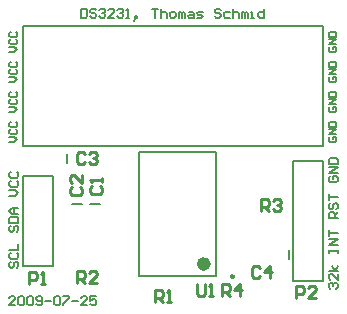
<source format=gto>
%FSLAX24Y24*%
%MOIN*%
G70*
G01*
G75*
G04 Layer_Color=65535*
%ADD10R,0.0433X0.0394*%
%ADD11R,0.0394X0.0433*%
%ADD12O,0.0807X0.0236*%
%ADD13C,0.0150*%
%ADD14C,0.0080*%
%ADD15C,0.0100*%
%ADD16R,0.0591X0.0591*%
%ADD17C,0.0591*%
%ADD18C,0.0320*%
%ADD19R,0.1000X0.2300*%
%ADD20C,0.0236*%
%ADD21C,0.0098*%
%ADD22C,0.0079*%
%ADD23C,0.0070*%
D14*
X21950Y42580D02*
Y42280D01*
X22100D01*
X22150Y42330D01*
Y42530D01*
X22100Y42580D01*
X21950D01*
X22450Y42530D02*
X22400Y42580D01*
X22300D01*
X22250Y42530D01*
Y42480D01*
X22300Y42430D01*
X22400D01*
X22450Y42380D01*
Y42330D01*
X22400Y42280D01*
X22300D01*
X22250Y42330D01*
X22550Y42530D02*
X22600Y42580D01*
X22700D01*
X22750Y42530D01*
Y42480D01*
X22700Y42430D01*
X22650D01*
X22700D01*
X22750Y42380D01*
Y42330D01*
X22700Y42280D01*
X22600D01*
X22550Y42330D01*
X23050Y42280D02*
X22850D01*
X23050Y42480D01*
Y42530D01*
X23000Y42580D01*
X22900D01*
X22850Y42530D01*
X23150D02*
X23200Y42580D01*
X23300D01*
X23350Y42530D01*
Y42480D01*
X23300Y42430D01*
X23250D01*
X23300D01*
X23350Y42380D01*
Y42330D01*
X23300Y42280D01*
X23200D01*
X23150Y42330D01*
X23450Y42280D02*
X23549D01*
X23500D01*
Y42580D01*
X23450Y42530D01*
X23749Y42230D02*
X23799Y42280D01*
Y42330D01*
X23749D01*
Y42280D01*
X23799D01*
X23749Y42230D01*
X23699Y42180D01*
X24299Y42580D02*
X24499D01*
X24399D01*
Y42280D01*
X24599Y42580D02*
Y42280D01*
Y42430D01*
X24649Y42480D01*
X24749D01*
X24799Y42430D01*
Y42280D01*
X24949D02*
X25049D01*
X25099Y42330D01*
Y42430D01*
X25049Y42480D01*
X24949D01*
X24899Y42430D01*
Y42330D01*
X24949Y42280D01*
X25199D02*
Y42480D01*
X25249D01*
X25299Y42430D01*
Y42280D01*
Y42430D01*
X25349Y42480D01*
X25399Y42430D01*
Y42280D01*
X25549Y42480D02*
X25649D01*
X25699Y42430D01*
Y42280D01*
X25549D01*
X25499Y42330D01*
X25549Y42380D01*
X25699D01*
X25799Y42280D02*
X25949D01*
X25999Y42330D01*
X25949Y42380D01*
X25849D01*
X25799Y42430D01*
X25849Y42480D01*
X25999D01*
X26598Y42530D02*
X26549Y42580D01*
X26449D01*
X26399Y42530D01*
Y42480D01*
X26449Y42430D01*
X26549D01*
X26598Y42380D01*
Y42330D01*
X26549Y42280D01*
X26449D01*
X26399Y42330D01*
X26898Y42480D02*
X26748D01*
X26698Y42430D01*
Y42330D01*
X26748Y42280D01*
X26898D01*
X26998Y42580D02*
Y42280D01*
Y42430D01*
X27048Y42480D01*
X27148D01*
X27198Y42430D01*
Y42280D01*
X27298D02*
Y42480D01*
X27348D01*
X27398Y42430D01*
Y42280D01*
Y42430D01*
X27448Y42480D01*
X27498Y42430D01*
Y42280D01*
X27598D02*
X27698D01*
X27648D01*
Y42480D01*
X27598D01*
X28048Y42580D02*
Y42280D01*
X27898D01*
X27848Y42330D01*
Y42430D01*
X27898Y42480D01*
X28048D01*
X19750Y32700D02*
X19550D01*
X19750Y32900D01*
Y32950D01*
X19700Y33000D01*
X19600D01*
X19550Y32950D01*
X19850D02*
X19900Y33000D01*
X20000D01*
X20050Y32950D01*
Y32750D01*
X20000Y32700D01*
X19900D01*
X19850Y32750D01*
Y32950D01*
X20150D02*
X20200Y33000D01*
X20300D01*
X20350Y32950D01*
Y32750D01*
X20300Y32700D01*
X20200D01*
X20150Y32750D01*
Y32950D01*
X20450Y32750D02*
X20500Y32700D01*
X20600D01*
X20650Y32750D01*
Y32950D01*
X20600Y33000D01*
X20500D01*
X20450Y32950D01*
Y32900D01*
X20500Y32850D01*
X20650D01*
X20750D02*
X20950D01*
X21050Y32950D02*
X21100Y33000D01*
X21199D01*
X21249Y32950D01*
Y32750D01*
X21199Y32700D01*
X21100D01*
X21050Y32750D01*
Y32950D01*
X21349Y33000D02*
X21549D01*
Y32950D01*
X21349Y32750D01*
Y32700D01*
X21649Y32850D02*
X21849D01*
X22149Y32700D02*
X21949D01*
X22149Y32900D01*
Y32950D01*
X22099Y33000D01*
X21999D01*
X21949Y32950D01*
X22449Y33000D02*
X22249D01*
Y32850D01*
X22349Y32900D01*
X22399D01*
X22449Y32850D01*
Y32750D01*
X22399Y32700D01*
X22299D01*
X22249Y32750D01*
X19600Y34150D02*
X19550Y34100D01*
Y34000D01*
X19600Y33950D01*
X19650D01*
X19700Y34000D01*
Y34100D01*
X19750Y34150D01*
X19800D01*
X19850Y34100D01*
Y34000D01*
X19800Y33950D01*
X19600Y34450D02*
X19550Y34400D01*
Y34300D01*
X19600Y34250D01*
X19800D01*
X19850Y34300D01*
Y34400D01*
X19800Y34450D01*
X19550Y34550D02*
X19850D01*
Y34750D01*
X19600Y35350D02*
X19550Y35300D01*
Y35200D01*
X19600Y35150D01*
X19650D01*
X19700Y35200D01*
Y35300D01*
X19750Y35350D01*
X19800D01*
X19850Y35300D01*
Y35200D01*
X19800Y35150D01*
X19550Y35450D02*
X19850D01*
Y35599D01*
X19800Y35649D01*
X19600D01*
X19550Y35599D01*
Y35450D01*
X19850Y35749D02*
X19650D01*
X19550Y35849D01*
X19650Y35949D01*
X19850D01*
X19700D01*
Y35749D01*
X19550Y36349D02*
X19750D01*
X19850Y36449D01*
X19750Y36549D01*
X19550D01*
X19600Y36849D02*
X19550Y36799D01*
Y36699D01*
X19600Y36649D01*
X19800D01*
X19850Y36699D01*
Y36799D01*
X19800Y36849D01*
X19600Y37149D02*
X19550Y37099D01*
Y36999D01*
X19600Y36949D01*
X19800D01*
X19850Y36999D01*
Y37099D01*
X19800Y37149D01*
X30250Y33250D02*
X30200Y33300D01*
Y33400D01*
X30250Y33450D01*
X30300D01*
X30350Y33400D01*
Y33350D01*
Y33400D01*
X30400Y33450D01*
X30450D01*
X30500Y33400D01*
Y33300D01*
X30450Y33250D01*
X30500Y33750D02*
Y33550D01*
X30300Y33750D01*
X30250D01*
X30200Y33700D01*
Y33600D01*
X30250Y33550D01*
X30500Y33850D02*
X30200D01*
X30400D02*
X30300Y34000D01*
X30400Y33850D02*
X30500Y34000D01*
X30200Y34450D02*
Y34550D01*
Y34500D01*
X30500D01*
Y34450D01*
Y34550D01*
Y34700D02*
X30200D01*
X30500Y34899D01*
X30200D01*
Y34999D02*
Y35199D01*
Y35099D01*
X30500D01*
Y35599D02*
X30200D01*
Y35749D01*
X30250Y35799D01*
X30350D01*
X30400Y35749D01*
Y35599D01*
Y35699D02*
X30500Y35799D01*
X30250Y36099D02*
X30200Y36049D01*
Y35949D01*
X30250Y35899D01*
X30300D01*
X30350Y35949D01*
Y36049D01*
X30400Y36099D01*
X30450D01*
X30500Y36049D01*
Y35949D01*
X30450Y35899D01*
X30200Y36199D02*
Y36399D01*
Y36299D01*
X30500D01*
X30250Y36999D02*
X30200Y36949D01*
Y36849D01*
X30250Y36799D01*
X30450D01*
X30500Y36849D01*
Y36949D01*
X30450Y36999D01*
X30350D01*
Y36899D01*
X30500Y37099D02*
X30200D01*
X30500Y37299D01*
X30200D01*
Y37399D02*
X30500D01*
Y37549D01*
X30450Y37599D01*
X30250D01*
X30200Y37549D01*
Y37399D01*
D15*
X22297Y36687D02*
X22230Y36620D01*
Y36487D01*
X22297Y36420D01*
X22563D01*
X22630Y36487D01*
Y36620D01*
X22563Y36687D01*
X22630Y36820D02*
Y36953D01*
Y36887D01*
X22230D01*
X22297Y36820D01*
X21647Y36657D02*
X21580Y36590D01*
Y36457D01*
X21647Y36390D01*
X21913D01*
X21980Y36457D01*
Y36590D01*
X21913Y36657D01*
X21980Y37056D02*
Y36790D01*
X21713Y37056D01*
X21647D01*
X21580Y36990D01*
Y36857D01*
X21647Y36790D01*
X22067Y37733D02*
X22000Y37800D01*
X21867D01*
X21800Y37733D01*
Y37467D01*
X21867Y37400D01*
X22000D01*
X22067Y37467D01*
X22200Y37733D02*
X22267Y37800D01*
X22400D01*
X22466Y37733D01*
Y37667D01*
X22400Y37600D01*
X22333D01*
X22400D01*
X22466Y37533D01*
Y37467D01*
X22400Y37400D01*
X22267D01*
X22200Y37467D01*
X27917Y33933D02*
X27850Y34000D01*
X27717D01*
X27650Y33933D01*
Y33667D01*
X27717Y33600D01*
X27850D01*
X27917Y33667D01*
X28250Y33600D02*
Y34000D01*
X28050Y33800D01*
X28316D01*
X20200Y33400D02*
Y33800D01*
X20400D01*
X20467Y33733D01*
Y33600D01*
X20400Y33533D01*
X20200D01*
X20600Y33400D02*
X20733D01*
X20667D01*
Y33800D01*
X20600Y33733D01*
X29100Y32950D02*
Y33350D01*
X29300D01*
X29367Y33283D01*
Y33150D01*
X29300Y33083D01*
X29100D01*
X29766Y32950D02*
X29500D01*
X29766Y33217D01*
Y33283D01*
X29700Y33350D01*
X29567D01*
X29500Y33283D01*
X24400Y32800D02*
Y33200D01*
X24600D01*
X24667Y33133D01*
Y33000D01*
X24600Y32933D01*
X24400D01*
X24533D02*
X24667Y32800D01*
X24800D02*
X24933D01*
X24867D01*
Y33200D01*
X24800Y33133D01*
X21800Y33450D02*
Y33850D01*
X22000D01*
X22067Y33783D01*
Y33650D01*
X22000Y33583D01*
X21800D01*
X21933D02*
X22067Y33450D01*
X22466D02*
X22200D01*
X22466Y33717D01*
Y33783D01*
X22400Y33850D01*
X22267D01*
X22200Y33783D01*
X27950Y35850D02*
Y36250D01*
X28150D01*
X28217Y36183D01*
Y36050D01*
X28150Y35983D01*
X27950D01*
X28083D02*
X28217Y35850D01*
X28350Y36183D02*
X28417Y36250D01*
X28550D01*
X28616Y36183D01*
Y36117D01*
X28550Y36050D01*
X28483D01*
X28550D01*
X28616Y35983D01*
Y35917D01*
X28550Y35850D01*
X28417D01*
X28350Y35917D01*
X26650Y33000D02*
Y33400D01*
X26850D01*
X26917Y33333D01*
Y33200D01*
X26850Y33133D01*
X26650D01*
X26783D02*
X26917Y33000D01*
X27250D02*
Y33400D01*
X27050Y33200D01*
X27316D01*
X25800Y33400D02*
Y33067D01*
X25867Y33000D01*
X26000D01*
X26067Y33067D01*
Y33400D01*
X26200Y33000D02*
X26333D01*
X26267D01*
Y33400D01*
X26200Y33333D01*
D20*
X26144Y34077D02*
G03*
X26144Y34077I-118J0D01*
G01*
D21*
X27030Y33665D02*
G03*
X27030Y33665I-49J0D01*
G01*
D22*
X21643Y36069D02*
X21957D01*
X21469Y37443D02*
Y37757D01*
X28869Y34243D02*
Y34557D01*
X22243Y36069D02*
X22557D01*
X29000Y33500D02*
X30000D01*
X29000D02*
Y37500D01*
X30000Y33500D02*
Y37500D01*
X29000D02*
X30000D01*
X20000Y34000D02*
X21000D01*
X20000D02*
Y37000D01*
X21000D01*
Y34000D02*
Y37000D01*
X23880Y37817D02*
X26420D01*
X23880Y33683D02*
X26420D01*
X23880D02*
Y37817D01*
X26420Y33683D02*
Y37817D01*
X20000Y38000D02*
X30000D01*
X20000D02*
Y42000D01*
X30000D01*
Y38000D02*
Y42000D01*
D23*
X19550Y38150D02*
X19717D01*
X19800Y38233D01*
X19717Y38317D01*
X19550D01*
X19592Y38567D02*
X19550Y38525D01*
Y38442D01*
X19592Y38400D01*
X19758D01*
X19800Y38442D01*
Y38525D01*
X19758Y38567D01*
X19592Y38816D02*
X19550Y38775D01*
Y38691D01*
X19592Y38650D01*
X19758D01*
X19800Y38691D01*
Y38775D01*
X19758Y38816D01*
X19550Y39150D02*
X19717D01*
X19800Y39233D01*
X19717Y39316D01*
X19550D01*
X19592Y39566D02*
X19550Y39525D01*
Y39441D01*
X19592Y39400D01*
X19758D01*
X19800Y39441D01*
Y39525D01*
X19758Y39566D01*
X19592Y39816D02*
X19550Y39774D01*
Y39691D01*
X19592Y39650D01*
X19758D01*
X19800Y39691D01*
Y39774D01*
X19758Y39816D01*
X19550Y40149D02*
X19717D01*
X19800Y40233D01*
X19717Y40316D01*
X19550D01*
X19592Y40566D02*
X19550Y40524D01*
Y40441D01*
X19592Y40399D01*
X19758D01*
X19800Y40441D01*
Y40524D01*
X19758Y40566D01*
X19592Y40816D02*
X19550Y40774D01*
Y40691D01*
X19592Y40649D01*
X19758D01*
X19800Y40691D01*
Y40774D01*
X19758Y40816D01*
X19550Y41149D02*
X19717D01*
X19800Y41232D01*
X19717Y41316D01*
X19550D01*
X19592Y41566D02*
X19550Y41524D01*
Y41441D01*
X19592Y41399D01*
X19758D01*
X19800Y41441D01*
Y41524D01*
X19758Y41566D01*
X19592Y41815D02*
X19550Y41774D01*
Y41691D01*
X19592Y41649D01*
X19758D01*
X19800Y41691D01*
Y41774D01*
X19758Y41815D01*
X30242Y38317D02*
X30200Y38275D01*
Y38192D01*
X30242Y38150D01*
X30408D01*
X30450Y38192D01*
Y38275D01*
X30408Y38317D01*
X30325D01*
Y38233D01*
X30450Y38400D02*
X30200D01*
X30450Y38567D01*
X30200D01*
Y38650D02*
X30450D01*
Y38775D01*
X30408Y38816D01*
X30242D01*
X30200Y38775D01*
Y38650D01*
X30242Y39316D02*
X30200Y39275D01*
Y39191D01*
X30242Y39150D01*
X30408D01*
X30450Y39191D01*
Y39275D01*
X30408Y39316D01*
X30325D01*
Y39233D01*
X30450Y39400D02*
X30200D01*
X30450Y39566D01*
X30200D01*
Y39650D02*
X30450D01*
Y39774D01*
X30408Y39816D01*
X30242D01*
X30200Y39774D01*
Y39650D01*
X30242Y40316D02*
X30200Y40274D01*
Y40191D01*
X30242Y40149D01*
X30408D01*
X30450Y40191D01*
Y40274D01*
X30408Y40316D01*
X30325D01*
Y40233D01*
X30450Y40399D02*
X30200D01*
X30450Y40566D01*
X30200D01*
Y40649D02*
X30450D01*
Y40774D01*
X30408Y40816D01*
X30242D01*
X30200Y40774D01*
Y40649D01*
X30242Y41316D02*
X30200Y41274D01*
Y41191D01*
X30242Y41149D01*
X30408D01*
X30450Y41191D01*
Y41274D01*
X30408Y41316D01*
X30325D01*
Y41232D01*
X30450Y41399D02*
X30200D01*
X30450Y41566D01*
X30200D01*
Y41649D02*
X30450D01*
Y41774D01*
X30408Y41815D01*
X30242D01*
X30200Y41774D01*
Y41649D01*
M02*

</source>
